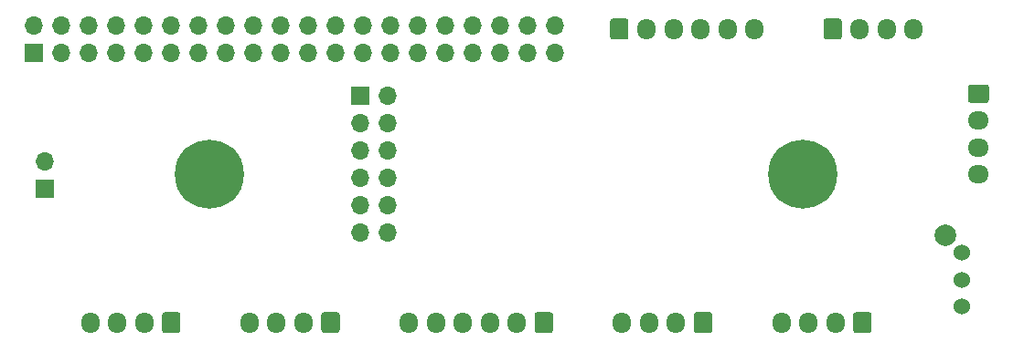
<source format=gbr>
%TF.GenerationSoftware,KiCad,Pcbnew,5.1.8-5.fc33*%
%TF.CreationDate,2020-12-26T13:36:50+00:00*%
%TF.ProjectId,breakout,62726561-6b6f-4757-942e-6b696361645f,rev?*%
%TF.SameCoordinates,Original*%
%TF.FileFunction,Soldermask,Top*%
%TF.FilePolarity,Negative*%
%FSLAX46Y46*%
G04 Gerber Fmt 4.6, Leading zero omitted, Abs format (unit mm)*
G04 Created by KiCad (PCBNEW 5.1.8-5.fc33) date 2020-12-26 13:36:50*
%MOMM*%
%LPD*%
G01*
G04 APERTURE LIST*
%ADD10O,1.700000X1.700000*%
%ADD11R,1.700000X1.700000*%
%ADD12C,6.400000*%
%ADD13O,1.700000X1.950000*%
%ADD14O,1.950000X1.700000*%
%ADD15C,2.000000*%
%ADD16C,1.524000*%
G04 APERTURE END LIST*
D10*
%TO.C,J12*%
X131540000Y-127900000D03*
X129000000Y-127900000D03*
X131540000Y-125360000D03*
X129000000Y-125360000D03*
X131540000Y-122820000D03*
X129000000Y-122820000D03*
X131540000Y-120280000D03*
X129000000Y-120280000D03*
X131540000Y-117740000D03*
X129000000Y-117740000D03*
X131540000Y-115200000D03*
D11*
X129000000Y-115200000D03*
%TD*%
D12*
%TO.C,REF\u002A\u002A*%
X170000000Y-122500000D03*
%TD*%
%TO.C,REF\u002A\u002A*%
X115000000Y-122500000D03*
%TD*%
D10*
%TO.C,J3*%
X147010000Y-108710000D03*
X147010000Y-111250000D03*
X144470000Y-108710000D03*
X144470000Y-111250000D03*
X141930000Y-108710000D03*
X141930000Y-111250000D03*
X139390000Y-108710000D03*
X139390000Y-111250000D03*
X136850000Y-108710000D03*
X136850000Y-111250000D03*
X134310000Y-108710000D03*
X134310000Y-111250000D03*
X131770000Y-108710000D03*
X131770000Y-111250000D03*
X129230000Y-108710000D03*
X129230000Y-111250000D03*
X126690000Y-108710000D03*
X126690000Y-111250000D03*
X124150000Y-108710000D03*
X124150000Y-111250000D03*
X121610000Y-108710000D03*
X121610000Y-111250000D03*
X119070000Y-108710000D03*
X119070000Y-111250000D03*
X116530000Y-108710000D03*
X116530000Y-111250000D03*
X113990000Y-108710000D03*
X113990000Y-111250000D03*
X111450000Y-108710000D03*
X111450000Y-111250000D03*
X108910000Y-108710000D03*
X108910000Y-111250000D03*
X106370000Y-108710000D03*
X106370000Y-111250000D03*
X103830000Y-108710000D03*
X103830000Y-111250000D03*
X101290000Y-108710000D03*
X101290000Y-111250000D03*
X98750000Y-108710000D03*
D11*
X98750000Y-111250000D03*
%TD*%
D13*
%TO.C,J11*%
X153250000Y-136250000D03*
X155750000Y-136250000D03*
X158250000Y-136250000D03*
G36*
G01*
X161600000Y-135525000D02*
X161600000Y-136975000D01*
G75*
G02*
X161350000Y-137225000I-250000J0D01*
G01*
X160150000Y-137225000D01*
G75*
G02*
X159900000Y-136975000I0J250000D01*
G01*
X159900000Y-135525000D01*
G75*
G02*
X160150000Y-135275000I250000J0D01*
G01*
X161350000Y-135275000D01*
G75*
G02*
X161600000Y-135525000I0J-250000D01*
G01*
G37*
%TD*%
%TO.C,J10*%
X168000000Y-136250000D03*
X170500000Y-136250000D03*
X173000000Y-136250000D03*
G36*
G01*
X176350000Y-135525000D02*
X176350000Y-136975000D01*
G75*
G02*
X176100000Y-137225000I-250000J0D01*
G01*
X174900000Y-137225000D01*
G75*
G02*
X174650000Y-136975000I0J250000D01*
G01*
X174650000Y-135525000D01*
G75*
G02*
X174900000Y-135275000I250000J0D01*
G01*
X176100000Y-135275000D01*
G75*
G02*
X176350000Y-135525000I0J-250000D01*
G01*
G37*
%TD*%
D14*
%TO.C,J9*%
X186250000Y-122500000D03*
X186250000Y-120000000D03*
X186250000Y-117500000D03*
G36*
G01*
X185525000Y-114150000D02*
X186975000Y-114150000D01*
G75*
G02*
X187225000Y-114400000I0J-250000D01*
G01*
X187225000Y-115600000D01*
G75*
G02*
X186975000Y-115850000I-250000J0D01*
G01*
X185525000Y-115850000D01*
G75*
G02*
X185275000Y-115600000I0J250000D01*
G01*
X185275000Y-114400000D01*
G75*
G02*
X185525000Y-114150000I250000J0D01*
G01*
G37*
%TD*%
D13*
%TO.C,J8*%
X180250000Y-109000000D03*
X177750000Y-109000000D03*
X175250000Y-109000000D03*
G36*
G01*
X171900000Y-109725000D02*
X171900000Y-108275000D01*
G75*
G02*
X172150000Y-108025000I250000J0D01*
G01*
X173350000Y-108025000D01*
G75*
G02*
X173600000Y-108275000I0J-250000D01*
G01*
X173600000Y-109725000D01*
G75*
G02*
X173350000Y-109975000I-250000J0D01*
G01*
X172150000Y-109975000D01*
G75*
G02*
X171900000Y-109725000I0J250000D01*
G01*
G37*
%TD*%
%TO.C,J7*%
X165500000Y-109000000D03*
X163000000Y-109000000D03*
X160500000Y-109000000D03*
X158000000Y-109000000D03*
X155500000Y-109000000D03*
G36*
G01*
X152150000Y-109725000D02*
X152150000Y-108275000D01*
G75*
G02*
X152400000Y-108025000I250000J0D01*
G01*
X153600000Y-108025000D01*
G75*
G02*
X153850000Y-108275000I0J-250000D01*
G01*
X153850000Y-109725000D01*
G75*
G02*
X153600000Y-109975000I-250000J0D01*
G01*
X152400000Y-109975000D01*
G75*
G02*
X152150000Y-109725000I0J250000D01*
G01*
G37*
%TD*%
%TO.C,J6*%
X133500000Y-136250000D03*
X136000000Y-136250000D03*
X138500000Y-136250000D03*
X141000000Y-136250000D03*
X143500000Y-136250000D03*
G36*
G01*
X146850000Y-135525000D02*
X146850000Y-136975000D01*
G75*
G02*
X146600000Y-137225000I-250000J0D01*
G01*
X145400000Y-137225000D01*
G75*
G02*
X145150000Y-136975000I0J250000D01*
G01*
X145150000Y-135525000D01*
G75*
G02*
X145400000Y-135275000I250000J0D01*
G01*
X146600000Y-135275000D01*
G75*
G02*
X146850000Y-135525000I0J-250000D01*
G01*
G37*
%TD*%
D10*
%TO.C,J5*%
X99750000Y-121250000D03*
D11*
X99750000Y-123790000D03*
%TD*%
D15*
%TO.C,J4*%
X183150000Y-128150000D03*
D16*
X184750000Y-134750000D03*
X184750000Y-132250000D03*
X184750000Y-129750000D03*
%TD*%
D13*
%TO.C,J2*%
X118750000Y-136250000D03*
X121250000Y-136250000D03*
X123750000Y-136250000D03*
G36*
G01*
X127100000Y-135525000D02*
X127100000Y-136975000D01*
G75*
G02*
X126850000Y-137225000I-250000J0D01*
G01*
X125650000Y-137225000D01*
G75*
G02*
X125400000Y-136975000I0J250000D01*
G01*
X125400000Y-135525000D01*
G75*
G02*
X125650000Y-135275000I250000J0D01*
G01*
X126850000Y-135275000D01*
G75*
G02*
X127100000Y-135525000I0J-250000D01*
G01*
G37*
%TD*%
%TO.C,J1*%
X104000000Y-136250000D03*
X106500000Y-136250000D03*
X109000000Y-136250000D03*
G36*
G01*
X112350000Y-135525000D02*
X112350000Y-136975000D01*
G75*
G02*
X112100000Y-137225000I-250000J0D01*
G01*
X110900000Y-137225000D01*
G75*
G02*
X110650000Y-136975000I0J250000D01*
G01*
X110650000Y-135525000D01*
G75*
G02*
X110900000Y-135275000I250000J0D01*
G01*
X112100000Y-135275000D01*
G75*
G02*
X112350000Y-135525000I0J-250000D01*
G01*
G37*
%TD*%
M02*

</source>
